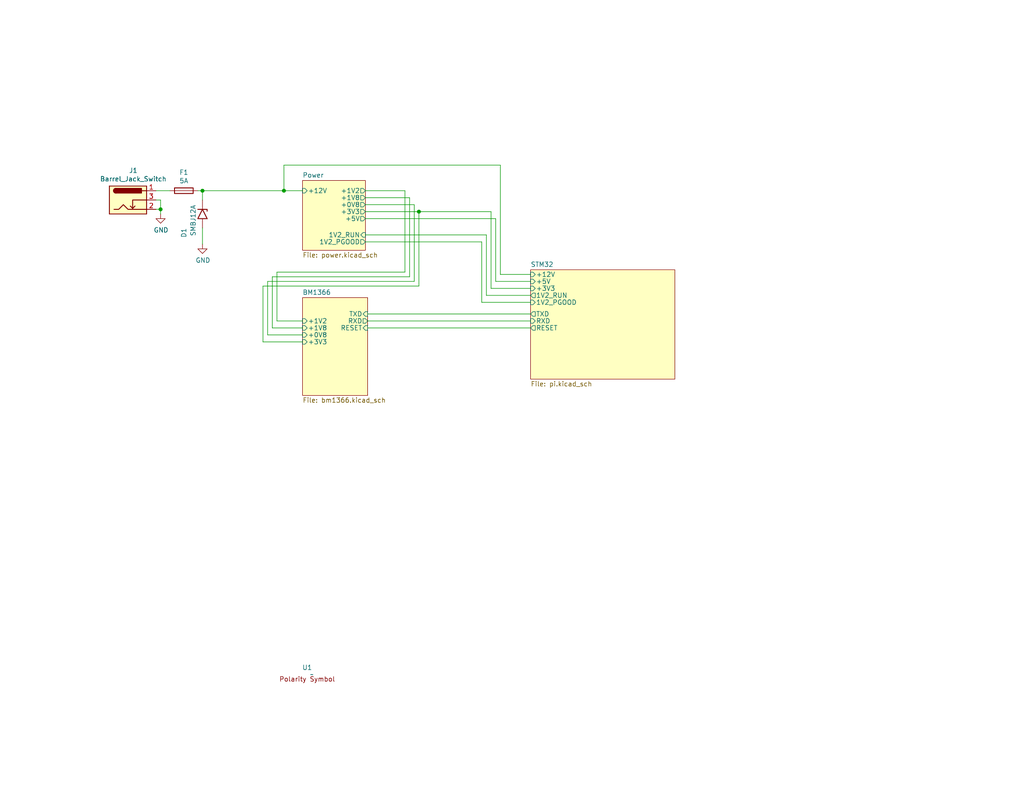
<source format=kicad_sch>
(kicad_sch (version 20231120) (generator "eeschema") (generator_version "8.0")
  (paper "A")
  (title_block (title "BM1366 PiAxe") (date "2023-10-10") (rev "202"))
  (lib_symbols
    (symbol "Connector:Barrel_Jack_Switch" (pin_names hide)
      (property "Reference" "J" (at 0 5.334 0))
      (property "Value" "Barrel_Jack_Switch" (at 0 -5.08 0))
      (symbol "Barrel_Jack_Switch_0_1"
        (rectangle (start -5.08 3.81) (end 5.08 -3.81) (stroke (width 0.254)) (fill (type background)))
        (arc (start -3.302 3.175) (mid -3.9343 2.54) (end -3.302 1.905) (stroke (width 0.254)))
        (arc (start -3.302 3.175) (mid -3.9343 2.54) (end -3.302 1.905) (stroke (width 0.254)) (fill (type outline)))
        (polyline (pts (xy 1.27 -2.286) (xy 1.905 -1.651)) (stroke (width 0.254)))
        (polyline (pts (xy 5.08 2.54) (xy 3.81 2.54)) (stroke (width 0.254)))
        (polyline (pts (xy 5.08 0) (xy 1.27 0) (xy 1.27 -2.286) (xy 0.635 -1.651)) (stroke (width 0.254)))
        (polyline (pts (xy -3.81 -2.54) (xy -2.54 -2.54) (xy -1.27 -1.27) (xy 0 -2.54) (xy 2.54 -2.54) (xy 5.08 -2.54)) (stroke (width 0.254)))
        (rectangle (start 3.683 3.175) (end -3.302 1.905) (stroke (width 0.254)) (fill (type outline)))
      )
      (symbol "Barrel_Jack_Switch_1_1"
        (pin passive line (at 7.62 2.54 180) (length 2.54) (name "~") (number "1"))
        (pin passive line (at 7.62 -2.54 180) (length 2.54) (name "~") (number "2"))
        (pin passive line (at 7.62 0 180) (length 2.54) (name "~") (number "3"))
      )
    )
    (symbol "Device:Fuse" (pin_numbers hide) (pin_names (offset 0))
      (property "Reference" "F" (at 2.032 0 90))
      (property "Value" "Fuse" (at -1.905 0 90))
      (symbol "Fuse_0_1"
        (rectangle (start -0.762 -2.54) (end 0.762 2.54) (stroke (width 0.254)))
        (polyline (pts (xy 0 2.54) (xy 0 -2.54)))
      )
      (symbol "Fuse_1_1"
        (pin passive line (at 0 3.81 270) (length 1.27) (name "~") (number "1"))
        (pin passive line (at 0 -3.81 90) (length 1.27) (name "~") (number "2"))
      )
    )
    (symbol "Diode:5KPxxA" (pin_numbers hide) (pin_names (offset 1.016) hide)
      (property "Reference" "D" (at 0 2.54 0))
      (property "Value" "5KPxxA" (at 0 -2.54 0))
      (symbol "5KPxxA_0_1"
        (polyline (pts (xy -0.762 1.27) (xy -1.27 1.27) (xy -1.27 -1.27)) (stroke (width 0.254)))
        (polyline (pts (xy 1.27 1.27) (xy 1.27 -1.27) (xy -1.27 0) (xy 1.27 1.27)) (stroke (width 0.254)))
      )
      (symbol "5KPxxA_1_1"
        (pin passive line (at -3.81 0 0) (length 2.54) (name "A1") (number "1"))
        (pin passive line (at 3.81 0 180) (length 2.54) (name "A2") (number "2"))
      )
    )
    (symbol "bitaxe:polarity" (in_bom no)
      (property "Reference" "U" (at 0 0 0))
      (symbol "polarity_1_1"
        (text "Polarity Symbol" (at -1.27 -1.27 0) (effects (font (size 1.27 1.27))))
      )
    )
    (symbol "power:GND" (power) (pin_names (offset 0))
      (property "Value" "GND" (at 0 -3.81 0))
      (symbol "GND_0_1"
        (polyline (pts (xy 0 0) (xy 0 -1.27) (xy 1.27 -1.27) (xy 0 -2.54) (xy -1.27 -1.27) (xy 0 -1.27)))
      )
      (symbol "GND_1_1"
        (pin power_in line (at 0 0 270) (length 0) hide (name "GND") (number "1"))
      )
    )
  )
  (junction (at 114.3 57.785))
  (junction (at 55.245 52.07))
  (junction (at 43.815 57.15))
  (junction (at 77.47 52.07))
  (wire (pts (xy 111.76 75.565) (xy 74.295 75.565)))
  (wire (pts (xy 74.295 75.565) (xy 74.295 89.535)))
  (wire (pts (xy 110.49 74.295) (xy 75.565 74.295)))
  (wire (pts (xy 53.975 52.07) (xy 55.245 52.07)))
  (wire (pts (xy 73.025 91.44) (xy 82.55 91.44)))
  (wire (pts (xy 100.33 87.63) (xy 144.78 87.63)))
  (wire (pts (xy 73.025 76.835) (xy 73.025 91.44)))
  (wire (pts (xy 99.695 53.975) (xy 111.76 53.975)))
  (wire (pts (xy 131.445 82.55) (xy 144.78 82.55)))
  (wire (pts (xy 132.715 64.135) (xy 132.715 80.645)))
  (wire (pts (xy 71.755 78.105) (xy 71.755 93.345)))
  (wire (pts (xy 114.3 78.105) (xy 71.755 78.105)))
  (wire (pts (xy 131.445 66.04) (xy 131.445 82.55)))
  (wire (pts (xy 132.715 80.645) (xy 144.78 80.645)))
  (wire (pts (xy 43.815 57.15) (xy 43.815 58.42)))
  (wire (pts (xy 136.525 45.085) (xy 136.525 74.93)))
  (wire (pts (xy 77.47 45.085) (xy 136.525 45.085)))
  (wire (pts (xy 110.49 52.07) (xy 110.49 74.295)))
  (wire (pts (xy 100.33 89.535) (xy 144.78 89.535)))
  (wire (pts (xy 42.545 54.61) (xy 43.815 54.61)))
  (wire (pts (xy 77.47 52.07) (xy 77.47 45.085)))
  (wire (pts (xy 71.755 93.345) (xy 82.55 93.345)))
  (wire (pts (xy 74.295 89.535) (xy 82.55 89.535)))
  (wire (pts (xy 135.255 76.835) (xy 144.78 76.835)))
  (wire (pts (xy 144.78 78.74) (xy 133.985 78.74)))
  (wire (pts (xy 113.03 76.835) (xy 73.025 76.835)))
  (wire (pts (xy 99.695 59.69) (xy 135.255 59.69)))
  (wire (pts (xy 135.255 59.69) (xy 135.255 76.835)))
  (wire (pts (xy 133.985 78.74) (xy 133.985 57.785)))
  (wire (pts (xy 75.565 87.63) (xy 82.55 87.63)))
  (wire (pts (xy 114.3 57.785) (xy 114.3 78.105)))
  (wire (pts (xy 55.245 54.61) (xy 55.245 52.07)))
  (wire (pts (xy 42.545 52.07) (xy 46.355 52.07)))
  (wire (pts (xy 42.545 57.15) (xy 43.815 57.15)))
  (wire (pts (xy 43.815 54.61) (xy 43.815 57.15)))
  (wire (pts (xy 55.245 66.675) (xy 55.245 62.23)))
  (wire (pts (xy 77.47 52.07) (xy 82.55 52.07)))
  (wire (pts (xy 113.03 55.88) (xy 113.03 76.835)))
  (wire (pts (xy 99.695 57.785) (xy 114.3 57.785)))
  (wire (pts (xy 133.985 57.785) (xy 114.3 57.785)))
  (wire (pts (xy 75.565 74.295) (xy 75.565 87.63)))
  (wire (pts (xy 136.525 74.93) (xy 144.78 74.93)))
  (wire (pts (xy 99.695 55.88) (xy 113.03 55.88)))
  (wire (pts (xy 100.33 85.725) (xy 144.78 85.725)))
  (wire (pts (xy 99.695 52.07) (xy 110.49 52.07)))
  (wire (pts (xy 99.695 64.135) (xy 132.715 64.135)))
  (wire (pts (xy 111.76 53.975) (xy 111.76 75.565)))
  (wire (pts (xy 55.245 52.07) (xy 77.47 52.07)))
  (wire (pts (xy 99.695 66.04) (xy 131.445 66.04)))
  (symbol (lib_id "power:GND") (at 55.245 66.675 0) (unit 1)
    (property "Reference" "#PWR04" (effects (hide yes)))
    (property "Value" "GND" (at 55.372 71.0692 0))
  )
  (symbol (lib_id "Connector:Barrel_Jack_Switch") (at 34.925 54.61 0) (unit 1)
    (property "Reference" "J1" (at 36.3728 46.5582 0))
    (property "Value" "Barrel_Jack_Switch" (at 36.3728 48.8696 0))
    (property "Footprint" "Connector_BarrelJack:BarrelJack_CUI_PJ-102AH_Horizontal" (effects (hide yes)))
    (property "Distributor" "D" (effects (hide yes)))
    (property "Manufacturer" "PJ-102AH" (effects (hide yes)))
    (property "OrderNr" "CP-102AH-ND" (effects (hide yes)))
  )
  (symbol (lib_id "Diode:5KPxxA") (at 55.245 58.42 270) (unit 1)
    (property "Reference" "D1" (at 50.165 62.23 0) (effects (justify left)))
    (property "Value" "SMBJ12A" (at 52.705 55.88 0) (effects (justify left)))
    (property "Footprint" "Diode_SMD:D_SMB" (effects (hide yes)))
    (property "Distributor" "D" (effects (hide yes)))
    (property "Manufacturer" "SMBJ12A" (effects (hide yes)))
    (property "OrderNr" "SMBJ12ALFCT-ND" (effects (hide yes)))
  )
  (symbol (lib_id "power:GND") (at 43.815 58.42 0) (unit 1)
    (property "Reference" "#PWR03" (effects (hide yes)))
    (property "Value" "GND" (at 43.942 62.8142 0))
  )
  (symbol (lib_id "bitaxe:polarity") (at 85.09 184.15 0) (unit 1) (in_bom no)
    (property "Reference" "U1" (at 83.82 182.245 0))
    (property "Value" "~" (at 85.09 184.15 0))
    (property "Footprint" "bitaxe:polarity" (effects (hide yes)))
    (property "Distributor" "-" (effects (hide yes)))
  )
  (symbol (lib_id "Device:Fuse") (at 50.165 52.07 270) (unit 1)
    (property "Reference" "F1" (at 50.165 47.0662 90))
    (property "Value" "5A" (at 50.165 49.3776 90))
    (property "Footprint" "myfootprints:fuseholder_littlefuse_blok" (effects (hide yes)))
    (property "Distributor" "D" (effects (hide yes)))
    (property "Manufacturer" "0154005.DR" (effects (hide yes)))
    (property "OrderNr" "F1228CT-ND" (effects (hide yes)))
  )
  (sheet (at 82.55 81.28) (size 17.78 26.67) (stroke (width 0.1524)) (fill (color 255 255 194 1.0000))
    (property "Sheetname" "BM1366" (at 82.55 80.5684 0) (effects (justify left bottom)))
    (property "Sheetfile" "bm1366.kicad_sch" (at 82.55 108.5346 0) (effects (justify left top)))
    (pin "+1V2" input (at 82.55 87.63 180))
    (pin "+1V8" input (at 82.55 89.535 180))
    (pin "+0V8" input (at 82.55 91.44 180))
    (pin "+3V3" input (at 82.55 93.345 180))
    (pin "RXD" output (at 100.33 87.63 0))
    (pin "TXD" input (at 100.33 85.725 0))
    (pin "RESET" input (at 100.33 89.535 0))
  )
  (sheet (at 82.55 49.276) (size 17.145 19.05) (stroke (width 0.1524)) (fill (color 255 255 194 1.0000))
    (property "Sheetname" "Power" (at 82.55 48.5644 0) (effects (justify left bottom)))
    (property "Sheetfile" "power.kicad_sch" (at 82.55 68.9106 0) (effects (justify left top)))
    (pin "+1V2" output (at 99.695 52.07 0))
    (pin "+3V3" output (at 99.695 57.785 0))
    (pin "+1V8" output (at 99.695 53.975 0))
    (pin "+0V8" output (at 99.695 55.88 0))
    (pin "1V2_PGOOD" output (at 99.695 66.04 0))
    (pin "1V2_RUN" input (at 99.695 64.135 0))
    (pin "+5V" output (at 99.695 59.69 0))
    (pin "+12V" input (at 82.55 52.07 180))
  )
  (sheet (at 144.78 73.66) (size 39.37 29.845) (stroke (width 0.1524)) (fill (color 255 255 194 1.0000))
    (property "Sheetname" "STM32" (at 144.78 72.9484 0) (effects (justify left bottom)))
    (property "Sheetfile" "pi.kicad_sch" (at 144.78 104.0896 0) (effects (justify left top)))
    (pin "1V2_RUN" output (at 144.78 80.645 180))
    (pin "+3V3" input (at 144.78 78.74 180))
    (pin "RXD" input (at 144.78 87.63 180))
    (pin "TXD" output (at 144.78 85.725 180))
    (pin "RESET" output (at 144.78 89.535 180))
    (pin "1V2_PGOOD" input (at 144.78 82.55 180))
    (pin "+12V" input (at 144.78 74.93 180))
    (pin "+5V" input (at 144.78 76.835 180))
  )
)
</source>
